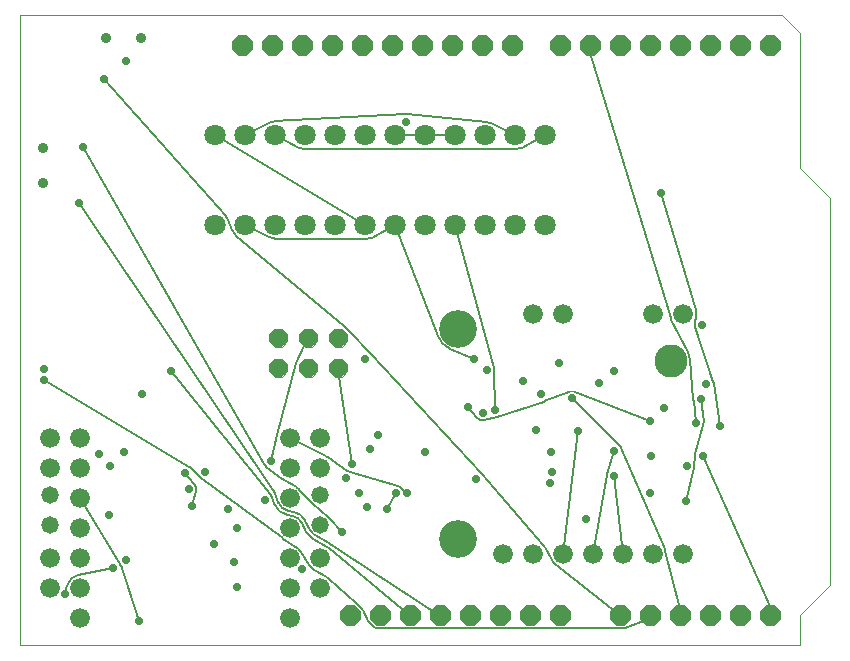
<source format=gbr>
%FSLAX44Y44*%
%OFA0.0000B0.0000*%
%SFA1B1*%
%MOMM*%
%ADD40C,0.0010X0.0000*%
%ADD41C,0.1524X0.0000*%
%ADD43C,0.0000X0.0000*%
%ADD56C,0.7000X0.0000*%
%ADD57C,0.9000X0.0000*%
%ADD58C,1.6764X0.0000*%
%ADD59C,3.2000X0.0000*%
%ADD60C,2.8000X0.0000*%
%ADD61C,1.3970X0.0000*%
%ADD62C,1.4732X0.0000*%
%ADD63C,1.8000X0.0000*%
%LNTOP-1418*%
%LPD*%
G36*
X525018Y511472D2*
X529928Y516382D1*
X536872Y516382D1*
X541782Y511472D1*
X541782Y504528D1*
X536872Y499618D1*
X529928Y499618D1*
X525018Y504528D1*
X525018Y511472D1*
G37*
%LNTOP-1419*%
%LPD*%
G36*
X499618Y28872D2*
X504528Y33782D1*
X511472Y33782D1*
X516382Y28872D1*
X516382Y21928D1*
X511472Y17018D1*
X504528Y17018D1*
X499618Y21928D1*
X499618Y28872D1*
G37*
%LNTOP-1420*%
%LPD*%
G36*
X550418Y511472D2*
X555328Y516382D1*
X562272Y516382D1*
X567182Y511472D1*
X567182Y504528D1*
X562272Y499618D1*
X555328Y499618D1*
X550418Y504528D1*
X550418Y511472D1*
G37*
%LNTOP-1421*%
%LPD*%
G36*
X575818Y511472D2*
X580728Y516382D1*
X587672Y516382D1*
X592582Y511472D1*
X592582Y504528D1*
X587672Y499618D1*
X580728Y499618D1*
X575818Y504528D1*
X575818Y511472D1*
G37*
%LNTOP-1422*%
%LPD*%
G36*
X601218Y511472D2*
X606128Y516382D1*
X613072Y516382D1*
X617982Y511472D1*
X617982Y504528D1*
X613072Y499618D1*
X606128Y499618D1*
X601218Y504528D1*
X601218Y511472D1*
G37*
%LNTOP-1423*%
%LPD*%
G36*
X626618Y511472D2*
X631528Y516382D1*
X638472Y516382D1*
X643382Y511472D1*
X643382Y504528D1*
X638472Y499618D1*
X631528Y499618D1*
X626618Y504528D1*
X626618Y511472D1*
G37*
%LNTOP-1424*%
%LPD*%
G36*
X499618Y511472D2*
X504528Y516382D1*
X511472Y516382D1*
X516382Y511472D1*
X516382Y504528D1*
X511472Y499618D1*
X504528Y499618D1*
X499618Y504528D1*
X499618Y511472D1*
G37*
%LNTOP-1425*%
%LPD*%
G36*
X474218Y511472D2*
X479128Y516382D1*
X486072Y516382D1*
X490982Y511472D1*
X490982Y504528D1*
X486072Y499618D1*
X479128Y499618D1*
X474218Y504528D1*
X474218Y511472D1*
G37*
%LNTOP-1426*%
%LPD*%
G36*
X448818Y511472D2*
X453728Y516382D1*
X460672Y516382D1*
X465582Y511472D1*
X465582Y504528D1*
X460672Y499618D1*
X453728Y499618D1*
X448818Y504528D1*
X448818Y511472D1*
G37*
%LNTOP-1427*%
%LPD*%
G36*
X408178Y511472D2*
X413088Y516382D1*
X420032Y516382D1*
X424942Y511472D1*
X424942Y504528D1*
X420032Y499618D1*
X413088Y499618D1*
X408178Y504528D1*
X408178Y511472D1*
G37*
%LNTOP-1428*%
%LPD*%
G36*
X382778Y511472D2*
X387688Y516382D1*
X394632Y516382D1*
X399542Y511472D1*
X399542Y504528D1*
X394632Y499618D1*
X387688Y499618D1*
X382778Y504528D1*
X382778Y511472D1*
G37*
%LNTOP-1429*%
%LPD*%
G36*
X357378Y511472D2*
X362288Y516382D1*
X369232Y516382D1*
X374142Y511472D1*
X374142Y504528D1*
X369232Y499618D1*
X362288Y499618D1*
X357378Y504528D1*
X357378Y511472D1*
G37*
%LNTOP-1430*%
%LPD*%
G36*
X331978Y511472D2*
X336888Y516382D1*
X343832Y516382D1*
X348742Y511472D1*
X348742Y504528D1*
X343832Y499618D1*
X336888Y499618D1*
X331978Y504528D1*
X331978Y511472D1*
G37*
%LNTOP-1431*%
%LPD*%
G36*
X306578Y511472D2*
X311488Y516382D1*
X318432Y516382D1*
X323342Y511472D1*
X323342Y504528D1*
X318432Y499618D1*
X311488Y499618D1*
X306578Y504528D1*
X306578Y511472D1*
G37*
%LNTOP-1432*%
%LPD*%
G36*
X281178Y511472D2*
X286088Y516382D1*
X293032Y516382D1*
X297942Y511472D1*
X297942Y504528D1*
X293032Y499618D1*
X286088Y499618D1*
X281178Y504528D1*
X281178Y511472D1*
G37*
%LNTOP-1433*%
%LPD*%
G36*
X255778Y511472D2*
X260688Y516382D1*
X267632Y516382D1*
X272542Y511472D1*
X272542Y504528D1*
X267632Y499618D1*
X260688Y499618D1*
X255778Y504528D1*
X255778Y511472D1*
G37*
%LNTOP-1434*%
%LPD*%
G36*
X230378Y511472D2*
X235288Y516382D1*
X242232Y516382D1*
X247142Y511472D1*
X247142Y504528D1*
X242232Y499618D1*
X235288Y499618D1*
X230378Y504528D1*
X230378Y511472D1*
G37*
%LNTOP-1435*%
%LPD*%
G36*
X525018Y28872D2*
X529928Y33782D1*
X536872Y33782D1*
X541782Y28872D1*
X541782Y21928D1*
X536872Y17018D1*
X529928Y17018D1*
X525018Y21928D1*
X525018Y28872D1*
G37*
%LNTOP-1436*%
%LPD*%
G36*
X550418Y28872D2*
X555328Y33782D1*
X562272Y33782D1*
X567182Y28872D1*
X567182Y21928D1*
X562272Y17018D1*
X555328Y17018D1*
X550418Y21928D1*
X550418Y28872D1*
G37*
%LNTOP-1437*%
%LPD*%
G36*
X575818Y28872D2*
X580728Y33782D1*
X587672Y33782D1*
X592582Y28872D1*
X592582Y21928D1*
X587672Y17018D1*
X580728Y17018D1*
X575818Y21928D1*
X575818Y28872D1*
G37*
%LNTOP-1438*%
%LPD*%
G36*
X601218Y28872D2*
X606128Y33782D1*
X613072Y33782D1*
X617982Y28872D1*
X617982Y21928D1*
X613072Y17018D1*
X606128Y17018D1*
X601218Y21928D1*
X601218Y28872D1*
G37*
%LNTOP-1439*%
%LPD*%
G36*
X626618Y28872D2*
X631528Y33782D1*
X638472Y33782D1*
X643382Y28872D1*
X643382Y21928D1*
X638472Y17018D1*
X631528Y17018D1*
X626618Y21928D1*
X626618Y28872D1*
G37*
%LNTOP-1440*%
%LPD*%
G36*
X448818Y28872D2*
X453728Y33782D1*
X460672Y33782D1*
X465582Y28872D1*
X465582Y21928D1*
X460672Y17018D1*
X453728Y17018D1*
X448818Y21928D1*
X448818Y28872D1*
G37*
%LNTOP-1441*%
%LPD*%
G36*
X423418Y28872D2*
X428328Y33782D1*
X435272Y33782D1*
X440182Y28872D1*
X440182Y21928D1*
X435272Y17018D1*
X428328Y17018D1*
X423418Y21928D1*
X423418Y28872D1*
G37*
%LNTOP-1442*%
%LPD*%
G36*
X398018Y28872D2*
X402928Y33782D1*
X409872Y33782D1*
X414782Y28872D1*
X414782Y21928D1*
X409872Y17018D1*
X402928Y17018D1*
X398018Y21928D1*
X398018Y28872D1*
G37*
%LNTOP-1443*%
%LPD*%
G36*
X372618Y28872D2*
X377528Y33782D1*
X384472Y33782D1*
X389382Y28872D1*
X389382Y21928D1*
X384472Y17018D1*
X377528Y17018D1*
X372618Y21928D1*
X372618Y28872D1*
G37*
%LNTOP-1444*%
%LPD*%
G36*
X347218Y28872D2*
X352128Y33782D1*
X359072Y33782D1*
X363982Y28872D1*
X363982Y21928D1*
X359072Y17018D1*
X352128Y17018D1*
X347218Y21928D1*
X347218Y28872D1*
G37*
%LNTOP-1445*%
%LPD*%
G36*
X321818Y28872D2*
X326728Y33782D1*
X333672Y33782D1*
X338582Y28872D1*
X338582Y21928D1*
X333672Y17018D1*
X326728Y17018D1*
X321818Y21928D1*
X321818Y28872D1*
G37*
%LNTOP-1446*%
%LPD*%
G36*
X204978Y511472D2*
X209888Y516382D1*
X216832Y516382D1*
X221742Y511472D1*
X221742Y504528D1*
X216832Y499618D1*
X209888Y499618D1*
X204978Y504528D1*
X204978Y511472D1*
G37*
%LNTOP-1447*%
%LPD*%
G36*
X179578Y511472D2*
X184488Y516382D1*
X191432Y516382D1*
X196342Y511472D1*
X196342Y504528D1*
X191432Y499618D1*
X184488Y499618D1*
X179578Y504528D1*
X179578Y511472D1*
G37*
%LNTOP-1448*%
%LPD*%
G36*
X296418Y28872D2*
X301328Y33782D1*
X308272Y33782D1*
X313182Y28872D1*
X313182Y21928D1*
X308272Y17018D1*
X301328Y17018D1*
X296418Y21928D1*
X296418Y28872D1*
G37*
%LNTOP-1449*%
%LPD*%
G36*
X271018Y28872D2*
X275928Y33782D1*
X282872Y33782D1*
X287782Y28872D1*
X287782Y21928D1*
X282872Y17018D1*
X275928Y17018D1*
X271018Y21928D1*
X271018Y28872D1*
G37*
%LNTOP-1450*%
%LPD*%
G36*
X210900Y238073D2*
X215317Y242490D1*
X221563Y242490D1*
X225980Y238073D1*
X225980Y231827D1*
X221563Y227410D1*
X215317Y227410D1*
X210900Y231827D1*
X210900Y238073D1*
G37*
%LNTOP-1451*%
%LPD*%
G36*
X210900Y263473D2*
X215317Y267890D1*
X221563Y267890D1*
X225980Y263473D1*
X225980Y257227D1*
X221563Y252810D1*
X215317Y252810D1*
X210900Y257227D1*
X210900Y263473D1*
G37*
%LNTOP-1452*%
%LPD*%
G36*
X236300Y238073D2*
X240717Y242490D1*
X246963Y242490D1*
X251380Y238073D1*
X251380Y231827D1*
X246963Y227410D1*
X240717Y227410D1*
X236300Y231827D1*
X236300Y238073D1*
G37*
%LNTOP-1453*%
%LPD*%
G36*
X236300Y263473D2*
X240717Y267890D1*
X246963Y267890D1*
X251380Y263473D1*
X251380Y257227D1*
X246963Y252810D1*
X240717Y252810D1*
X236300Y257227D1*
X236300Y263473D1*
G37*
%LNTOP-1454*%
%LPD*%
G36*
X261700Y238073D2*
X266117Y242490D1*
X272363Y242490D1*
X276780Y238073D1*
X276780Y231827D1*
X272363Y227410D1*
X266117Y227410D1*
X261700Y231827D1*
X261700Y238073D1*
G37*
%LNTOP-1455*%
%LPD*%
G36*
X261700Y263473D2*
X266117Y267890D1*
X272363Y267890D1*
X276780Y263473D1*
X276780Y257227D1*
X272363Y252810D1*
X266117Y252810D1*
X261700Y257227D1*
X261700Y263473D1*
G37*
%LNTOP-1*%
%LPD*%
G54D10*
G54D40*
X645160Y533400D2*
X0Y533400D1*
X660400Y518160D2*
X645160Y533400D1*
X660400Y403860D2*
X660400Y518160D1*
X685800Y378460D2*
X660400Y403860D1*
X685800Y50800D2*
X685800Y378460D1*
X660400Y25400D2*
X685800Y50800D1*
X660400Y0D2*
X660400Y25400D1*
X0Y0D2*
X660400Y0D1*
X0Y533400D2*
X0Y0D1*
G54D41*
X502149Y30325D2*
X508000Y25400D1*
X501610Y30864D2*
X502149Y30325D1*
X501592Y30882D2*
X501610Y30864D1*
G75*
G01X501592Y30882D2*
G03X501342Y31099I-1974J-2010D1*
G74*
X452884Y68615D2*
X501342Y31099D1*
G75*
G01X449865Y72189D2*
G03X452884Y68615I9875J5281D1*
G74*
X444215Y82751D2*
X449865Y72189D1*
G75*
G01X444215Y82751D2*
G03X442813Y84793I-9875J-5281D1*
G74*
X390825Y144938D2*
X442813Y84793D1*
G75*
G01X390825Y144938D2*
G03X390677Y145103I-4779J-4131D1*
G74*
X296762Y246338D2*
X390677Y145103D1*
X296733Y246370D2*
X296762Y246338D1*
X278832Y265403D2*
X296733Y246370D1*
X278772Y265465D2*
X278832Y265403D1*
X274355Y269882D2*
X278772Y265465D1*
G75*
G01X274355Y269882D2*
G03X274173Y270049I-1992J-1992D1*
G74*
X182909Y346544D2*
X274173Y270049D1*
G75*
G01X179505Y351271D2*
G03X182909Y346544I10995J4329D1*
G74*
X176095Y359929D2*
X179505Y351271D1*
G75*
G01X176095Y359929D2*
G03X173916Y363469I-10995J-4329D1*
G74*
X70729Y479076D2*
X173916Y363469D1*
X570567Y150288D2*
X563695Y121916D1*
G75*
G01X570567Y150288D2*
G03X570727Y151297I-6139J1487D1*
G74*
X571467Y161045D2*
X570727Y151297D1*
G75*
G01X571672Y162230D2*
G03X571467Y161045I6094J-1663D1*
G74*
X578329Y186631D2*
X571672Y162230D1*
G75*
G01X578329Y186631D2*
G03X578510Y189023I-6094J1663D1*
G74*
X576286Y208151D2*
X578510Y189023D1*
X310556Y114993D2*
X318198Y128664D1*
X527549Y20475D2*
X533400Y25400D1*
X527010Y19936D2*
X527549Y20475D1*
X526992Y19918D2*
X527010Y19936D1*
G75*
G01X525978Y19280D2*
G03X526992Y19918I-960J2648D1*
G74*
X512432Y14370D2*
X525978Y19280D1*
G75*
G01X511472Y14201D2*
G03X512432Y14370I0J2817D1*
G74*
X326728Y14201D2*
X511472Y14201D1*
X326670Y14202D2*
X326728Y14201D1*
X301281Y14727D2*
X326670Y14202D1*
G75*
G01X299708Y15398D2*
G03X301281Y14727I1620J1620D1*
G74*
X294798Y20308D2*
X299708Y15398D1*
G75*
G01X294373Y20896D2*
G03X294798Y20308I2045J1032D1*
G74*
X289827Y29904D2*
X294373Y20896D1*
G75*
G01X289827Y29904D2*
G03X289402Y30492I-2045J-1032D1*
G74*
X284492Y35402D2*
X289402Y30492D1*
G75*
G01X284492Y35402D2*
G03X284395Y35493I-1620J-1620D1*
G74*
X261096Y56232D2*
X284395Y35493D1*
G75*
G01X261096Y56232D2*
G03X259426Y57451I-7096J-7972D1*
G74*
X248306Y64017D2*
X259426Y57451D1*
G75*
G01X244282Y68094D2*
G03X248306Y64017I9718J5566D1*
G74*
X244283Y68094D2*
X244282Y68094D1*
X244240Y68166D2*
X244283Y68094D1*
X237790Y79088D2*
X244240Y68166D1*
G75*
G01X237790Y79088D2*
G03X234385Y82630I-9190J-5428D1*
G74*
X222815Y90090D2*
X234385Y82630D1*
G75*
G01X222258Y90475D2*
G03X222815Y90090I6342J8585D1*
G74*
X152982Y141652D2*
X222258Y90475D1*
G75*
G01X152279Y142255D2*
G03X152982Y141652I4456J4478D1*
G74*
X144325Y150171D2*
X152279Y142255D1*
G75*
G01X144325Y150171D2*
G03X143111Y151114I-4456J-4478D1*
G74*
X20005Y224742D2*
X143111Y151114D1*
X324349Y30325D2*
X330200Y25400D1*
X323810Y30864D2*
X324349Y30325D1*
X323792Y30882D2*
X323810Y30864D1*
G75*
G01X323792Y30882D2*
G03X323605Y31050I-1974J-2010D1*
G74*
X261102Y82319D2*
X323605Y31050D1*
G75*
G01X261102Y82319D2*
G03X259431Y83454I-7102J-8659D1*
G74*
X247581Y90024D2*
X259431Y83454D1*
G75*
G01X242126Y95753D2*
G03X247581Y90024I11874J5847D1*
G74*
X238175Y103775D2*
X242126Y95753D1*
G75*
G01X238175Y103775D2*
G03X230654Y109533I-9575J-4715D1*
G74*
X225857Y110475D2*
X230654Y109533D1*
G75*
G01X215233Y119517D2*
G03X225857Y110475I13367J4943D1*
G74*
X213080Y125339D2*
X215233Y119517D1*
G75*
G01X213080Y125339D2*
G03X212074Y127111I-5925J-2191D1*
G74*
X127569Y232014D2*
X212074Y127111D1*
X269577Y226996D2*
X280558Y153060D1*
G75*
G01X269546Y227410D2*
G03X269577Y226996I2817J0D1*
G74*
X269546Y228172D2*
X269546Y227410D1*
X269240Y234950D2*
X269546Y228172D1*
X348296Y28872D2*
X355600Y25400D1*
X347757Y29411D2*
X348296Y28872D1*
X262148Y85989D2*
X347757Y29411D1*
G75*
G01X262148Y85989D2*
G03X261166Y86584I-8148J-12329D1*
G74*
X249317Y93154D2*
X261166Y86584D1*
G75*
G01X245337Y97334D2*
G03X249317Y93154I8663J4266D1*
G74*
X241386Y105356D2*
X245337Y97334D1*
G75*
G01X241386Y105356D2*
G03X231343Y113045I-12786J-6296D1*
G74*
X226546Y113987D2*
X231343Y113045D1*
G75*
G01X218589Y120758D2*
G03X226546Y113987I10011J3702D1*
G74*
X216437Y126580D2*
X218589Y120758D1*
G75*
G01X216437Y126580D2*
G03X215369Y128667I-9282J-3432D1*
G74*
X50021Y374770D2*
X215369Y128667D1*
X483255Y500380D2*
X482600Y508000D1*
X483255Y499618D2*
X483255Y500380D1*
G75*
G01X483255Y499618D2*
G03X483377Y498799I2817J0D1*
G74*
X550624Y277415D2*
X483377Y498799D1*
G75*
G01X550624Y277415D2*
G03X551361Y275587I10716J3255D1*
G74*
X565188Y248440D2*
X551361Y275587D1*
G75*
G01X566899Y242485D2*
G03X565188Y248440I-16227J-1439D1*
G74*
X569994Y207593D2*
X566899Y242485D1*
G75*
G01X569994Y207593D2*
G03X570011Y207422I6292J558D1*
G74*
X572235Y188294D2*
X570011Y207422D1*
X217752Y178043D2*
X212176Y156305D1*
X217763Y178083D2*
X217752Y178043D1*
X233574Y238783D2*
X217763Y178083D1*
G75*
G01X233737Y239243D2*
G03X233574Y238783I2563J-1170D1*
G74*
X240177Y253349D2*
X233737Y239243D1*
X240716Y253888D2*
X240177Y253349D1*
X243840Y260350D2*
X240716Y253888D1*
X84327Y68852D2*
X50800Y124460D1*
G75*
G01X84894Y67635D2*
G03X84327Y68852I-5977J-2045D1*
G74*
X100926Y20771D2*
X84894Y67635D1*
X210881Y345486D2*
X190500Y355600D1*
G75*
G01X210881Y345486D2*
G03X215666Y344311I5019J10114D1*
G74*
X241055Y343786D2*
X215666Y344311D1*
G75*
G01X241055Y343786D2*
G03X241300Y343783I245J11814D1*
G74*
X292100Y343783D2*
X241300Y343783D1*
G75*
G01X292100Y343783D2*
G03X297598Y345140I0J11817D1*
G74*
X317500Y355600D2*
X297598Y345140D1*
X353771Y261398D2*
X317500Y355600D1*
G75*
G01X353771Y261398D2*
G03X363920Y251039I17069J6572D1*
G74*
X384311Y242704D2*
X363920Y251039D1*
X510540Y77470D2*
X502955Y142866D1*
X261244Y107986D2*
X272050Y95727D1*
G75*
G01X261244Y107986D2*
G03X260272Y108943I-7244J-6386D1*
G74*
X247728Y119657D2*
X260272Y108943D1*
G75*
G01X246928Y120424D2*
G03X247728Y119657I7072J6576D1*
G74*
X236416Y131728D2*
X246928Y120424D1*
G75*
G01X236416Y131728D2*
G03X234026Y133651I-7816J-7268D1*
G74*
X222906Y140217D2*
X234026Y133651D1*
G75*
G01X221784Y140974D2*
G03X222906Y140217I6816J8886D1*
G74*
X208331Y151293D2*
X221784Y140974D1*
G75*
G01X206693Y153168D2*
G03X208331Y151293I5483J3137D1*
G74*
X53089Y421593D2*
X206693Y153168D1*
X572064Y283896D2*
X542408Y382489D1*
G75*
G01X572295Y278344D2*
G03X572064Y283896I-10955J2326D1*
G74*
X571077Y272607D2*
X572295Y278344D1*
G75*
G01X571077Y272607D2*
G03X571268Y269282I6179J-1312D1*
G74*
X586729Y223288D2*
X571268Y269282D1*
G75*
G01X586988Y222212D2*
G03X586729Y223288I-6247J-937D1*
G74*
X592495Y185479D2*
X586988Y222212D1*
X507561Y169000D2*
X467229Y208945D1*
G75*
G01X508916Y167015D2*
G03X507561Y169000I-5800J-2503D1*
G74*
X545739Y81699D2*
X508916Y167015D1*
G75*
G01X546274Y80137D2*
G03X545739Y81699I-10334J-2667D1*
G74*
X558056Y34486D2*
X546274Y80137D1*
G75*
G01X558145Y33782D2*
G03X558056Y34486I-2817J0D1*
G74*
X558145Y33020D2*
X558145Y33782D1*
X558800Y25400D2*
X558145Y33020D1*
X210402Y442260D2*
X190500Y431800D1*
G75*
G01X215252Y443599D2*
G03X210402Y442260I648J-11799D1*
G74*
X326120Y449690D2*
X215252Y443599D1*
G75*
G01X327083Y449670D2*
G03X326120Y449690I-616J-6287D1*
G74*
X394801Y443037D2*
X327083Y449670D1*
G75*
G01X398719Y441914D2*
G03X394801Y443037I-5019J-10114D1*
G74*
X419100Y431800D2*
X398719Y441914D1*
X496927Y144754D2*
X503116Y164512D1*
G75*
G01X496927Y144754D2*
G03X496732Y143951I6028J-1888D1*
G74*
X485140Y77470D2*
X496732Y143951D1*
X424598Y421340D2*
X444500Y431800D1*
G75*
G01X419100Y419983D2*
G03X424598Y421340I0J11817D1*
G74*
X241300Y419983D2*
X419100Y419983D1*
G75*
G01X235802Y421340D2*
G03X241300Y419983I5498J10460D1*
G74*
X215900Y431800D2*
X235802Y421340D1*
X471892Y180967D2*
X459740Y77470D1*
X322349Y133426D2*
X327772Y128699D1*
G75*
G01X322349Y133426D2*
G03X320002Y134718I-4151J-4762D1*
G74*
X278754Y147006D2*
X320002Y134718D1*
G75*
G01X277022Y147825D2*
G03X278754Y147006I3536J5235D1*
G74*
X260268Y159141D2*
X277022Y147825D1*
G75*
G01X260268Y159141D2*
G03X259055Y159853I-6268J-9281D1*
G74*
X228600Y175260D2*
X259055Y159853D1*
X401120Y233471D2*
X401941Y199457D1*
G75*
G01X401120Y233471D2*
G03X400903Y234967I-6315J-152D1*
G74*
X368300Y355600D2*
X400903Y234967D1*
X634345Y33020D2*
X635000Y25400D1*
X634345Y33782D2*
X634345Y33020D1*
G75*
G01X634345Y33782D2*
G03X634098Y34935I-2817J0D1*
G74*
X577766Y160567D2*
X634098Y34935D1*
X469529Y214828D2*
X533365Y189874D1*
G75*
G01X469529Y214828D2*
G03X464921Y214825I-2300J-5883D1*
G74*
X443502Y206419D2*
X464921Y214825D1*
G75*
G01X443158Y206295D2*
G03X443502Y206419I-1964J6004D1*
G74*
X403905Y193453D2*
X443158Y206295D1*
G75*
G01X403486Y193332D2*
G03X403905Y193453I-1545J6125D1*
G74*
X392958Y190676D2*
X403486Y193332D1*
G75*
G01X386527Y192797D2*
G03X392958Y190676I4886J4004D1*
G74*
X379281Y201640D2*
X386527Y192797D1*
X148691Y130819D2*
X145265Y117543D1*
G75*
G01X148691Y130819D2*
G03X147466Y136394I-6117J1578D1*
G74*
X139869Y145693D2*
X147466Y136394D1*
X48505Y59221D2*
X78917Y65590D1*
G75*
G01X48505Y59221D2*
G03X39993Y51198I2295J-10961D1*
G74*
X37817Y43193D2*
X39993Y51198D1*
X165100Y431800D2*
X292100Y355600D1*
X342900Y431800D2*
X317500Y431800D1*
X368300Y431800D2*
X342900Y431800D1*
G54D43*
X261700Y263473D2*
X266117Y267890D1*
X272363Y267890*
X276780Y263473*
X276780Y257227*
X272363Y252810*
X266117Y252810*
X261700Y257227*
X261700Y263473*
X261700Y238073D2*
X266117Y242490D1*
X272363Y242490*
X276780Y238073*
X276780Y231827*
X272363Y227410*
X266117Y227410*
X261700Y231827*
X261700Y238073*
X236300Y263473D2*
X240717Y267890D1*
X246963Y267890*
X251380Y263473*
X251380Y257227*
X246963Y252810*
X240717Y252810*
X236300Y257227*
X236300Y263473*
X236300Y238073D2*
X240717Y242490D1*
X246963Y242490*
X251380Y238073*
X251380Y231827*
X246963Y227410*
X240717Y227410*
X236300Y231827*
X236300Y238073*
X210900Y263473D2*
X215317Y267890D1*
X221563Y267890*
X225980Y263473*
X225980Y257227*
X221563Y252810*
X215317Y252810*
X210900Y257227*
X210900Y263473*
X210900Y238073D2*
X215317Y242490D1*
X221563Y242490*
X225980Y238073*
X225980Y231827*
X221563Y227410*
X215317Y227410*
X210900Y231827*
X210900Y238073*
X271018Y28872D2*
X275928Y33782D1*
X282872Y33782*
X287782Y28872*
X287782Y21928*
X282872Y17018*
X275928Y17018*
X271018Y21928*
X271018Y28872*
X296418Y28872D2*
X301328Y33782D1*
X308272Y33782*
X313182Y28872*
X313182Y21928*
X308272Y17018*
X301328Y17018*
X296418Y21928*
X296418Y28872*
X179578Y511472D2*
X184488Y516382D1*
X191432Y516382*
X196342Y511472*
X196342Y504528*
X191432Y499618*
X184488Y499618*
X179578Y504528*
X179578Y511472*
X204978Y511472D2*
X209888Y516382D1*
X216832Y516382*
X221742Y511472*
X221742Y504528*
X216832Y499618*
X209888Y499618*
X204978Y504528*
X204978Y511472*
X321818Y28872D2*
X326728Y33782D1*
X333672Y33782*
X338582Y28872*
X338582Y21928*
X333672Y17018*
X326728Y17018*
X321818Y21928*
X321818Y28872*
X347218Y28872D2*
X352128Y33782D1*
X359072Y33782*
X363982Y28872*
X363982Y21928*
X359072Y17018*
X352128Y17018*
X347218Y21928*
X347218Y28872*
X372618Y28872D2*
X377528Y33782D1*
X384472Y33782*
X389382Y28872*
X389382Y21928*
X384472Y17018*
X377528Y17018*
X372618Y21928*
X372618Y28872*
X398018Y28872D2*
X402928Y33782D1*
X409872Y33782*
X414782Y28872*
X414782Y21928*
X409872Y17018*
X402928Y17018*
X398018Y21928*
X398018Y28872*
X423418Y28872D2*
X428328Y33782D1*
X435272Y33782*
X440182Y28872*
X440182Y21928*
X435272Y17018*
X428328Y17018*
X423418Y21928*
X423418Y28872*
X448818Y28872D2*
X453728Y33782D1*
X460672Y33782*
X465582Y28872*
X465582Y21928*
X460672Y17018*
X453728Y17018*
X448818Y21928*
X448818Y28872*
X626618Y28872D2*
X631528Y33782D1*
X638472Y33782*
X643382Y28872*
X643382Y21928*
X638472Y17018*
X631528Y17018*
X626618Y21928*
X626618Y28872*
X601218Y28872D2*
X606128Y33782D1*
X613072Y33782*
X617982Y28872*
X617982Y21928*
X613072Y17018*
X606128Y17018*
X601218Y21928*
X601218Y28872*
X575818Y28872D2*
X580728Y33782D1*
X587672Y33782*
X592582Y28872*
X592582Y21928*
X587672Y17018*
X580728Y17018*
X575818Y21928*
X575818Y28872*
X550418Y28872D2*
X555328Y33782D1*
X562272Y33782*
X567182Y28872*
X567182Y21928*
X562272Y17018*
X555328Y17018*
X550418Y21928*
X550418Y28872*
X525018Y28872D2*
X529928Y33782D1*
X536872Y33782*
X541782Y28872*
X541782Y21928*
X536872Y17018*
X529928Y17018*
X525018Y21928*
X525018Y28872*
X230378Y511472D2*
X235288Y516382D1*
X242232Y516382*
X247142Y511472*
X247142Y504528*
X242232Y499618*
X235288Y499618*
X230378Y504528*
X230378Y511472*
X255778Y511472D2*
X260688Y516382D1*
X267632Y516382*
X272542Y511472*
X272542Y504528*
X267632Y499618*
X260688Y499618*
X255778Y504528*
X255778Y511472*
X281178Y511472D2*
X286088Y516382D1*
X293032Y516382*
X297942Y511472*
X297942Y504528*
X293032Y499618*
X286088Y499618*
X281178Y504528*
X281178Y511472*
X306578Y511472D2*
X311488Y516382D1*
X318432Y516382*
X323342Y511472*
X323342Y504528*
X318432Y499618*
X311488Y499618*
X306578Y504528*
X306578Y511472*
X331978Y511472D2*
X336888Y516382D1*
X343832Y516382*
X348742Y511472*
X348742Y504528*
X343832Y499618*
X336888Y499618*
X331978Y504528*
X331978Y511472*
X357378Y511472D2*
X362288Y516382D1*
X369232Y516382*
X374142Y511472*
X374142Y504528*
X369232Y499618*
X362288Y499618*
X357378Y504528*
X357378Y511472*
X382778Y511472D2*
X387688Y516382D1*
X394632Y516382*
X399542Y511472*
X399542Y504528*
X394632Y499618*
X387688Y499618*
X382778Y504528*
X382778Y511472*
X408178Y511472D2*
X413088Y516382D1*
X420032Y516382*
X424942Y511472*
X424942Y504528*
X420032Y499618*
X413088Y499618*
X408178Y504528*
X408178Y511472*
X448818Y511472D2*
X453728Y516382D1*
X460672Y516382*
X465582Y511472*
X465582Y504528*
X460672Y499618*
X453728Y499618*
X448818Y504528*
X448818Y511472*
X474218Y511472D2*
X479128Y516382D1*
X486072Y516382*
X490982Y511472*
X490982Y504528*
X486072Y499618*
X479128Y499618*
X474218Y504528*
X474218Y511472*
X499618Y511472D2*
X504528Y516382D1*
X511472Y516382*
X516382Y511472*
X516382Y504528*
X511472Y499618*
X504528Y499618*
X499618Y504528*
X499618Y511472*
X626618Y511472D2*
X631528Y516382D1*
X638472Y516382*
X643382Y511472*
X643382Y504528*
X638472Y499618*
X631528Y499618*
X626618Y504528*
X626618Y511472*
X601218Y511472D2*
X606128Y516382D1*
X613072Y516382*
X617982Y511472*
X617982Y504528*
X613072Y499618*
X606128Y499618*
X601218Y504528*
X601218Y511472*
X575818Y511472D2*
X580728Y516382D1*
X587672Y516382*
X592582Y511472*
X592582Y504528*
X587672Y499618*
X580728Y499618*
X575818Y504528*
X575818Y511472*
X550418Y511472D2*
X555328Y516382D1*
X562272Y516382*
X567182Y511472*
X567182Y504528*
X562272Y499618*
X555328Y499618*
X550418Y504528*
X550418Y511472*
X499618Y28872D2*
X504528Y33782D1*
X511472Y33782*
X516382Y28872*
X516382Y21928*
X511472Y17018*
X504528Y17018*
X499618Y21928*
X499618Y28872*
X525018Y511472D2*
X529928Y516382D1*
X536872Y516382*
X541782Y511472*
X541782Y504528*
X536872Y499618*
X529928Y499618*
X525018Y504528*
X525018Y511472*
G54D56*
X70729Y479076D3*
X142574Y132397D3*
X391413Y196801D3*
X580741Y221275D3*
X533186Y128900D3*
X563695Y121916D3*
X576286Y208151D3*
X326467Y443383D3*
X286939Y128736D3*
X318198Y128664D3*
X310556Y114993D3*
X394805Y233319D3*
X293348Y116644D3*
X238801Y64954D3*
X296396Y165932D3*
X275568Y141442D3*
X20005Y224742D3*
X127569Y232014D3*
X280558Y153060D3*
X156735Y146733D3*
X88253Y163485D3*
X302934Y178170D3*
X577256Y271295D3*
X564428Y151775D3*
X50021Y374770D3*
X292131Y242042D3*
X572235Y188294D3*
X534273Y160274D3*
X183334Y49640D3*
X212176Y156305D3*
X502955Y142866D3*
X384311Y242704D3*
X100926Y20771D3*
X342897Y163998D3*
X437048Y182421D3*
X456321Y238803D3*
X272050Y95727D3*
X53089Y421593D3*
X542408Y382489D3*
X592495Y185479D3*
X467229Y208945D3*
X503116Y164512D3*
X89851Y71919D3*
X471892Y180967D3*
X181088Y70370D3*
X401941Y199457D3*
X448854Y137330D3*
X327772Y128699D3*
X78917Y65590D3*
X37817Y43193D3*
X183344Y98841D3*
X164219Y85552D3*
X145265Y117543D3*
X139869Y145693D3*
X207155Y123148D3*
X533365Y189874D3*
X379281Y201640D3*
X544800Y200622D3*
X577766Y160567D3*
X89180Y494745D3*
X20010Y233797D3*
X103420Y212695D3*
X66917Y161544D3*
X74769Y110177D3*
X76017Y151939D3*
X176052Y115141D3*
X478665Y106794D3*
X502859Y232354D3*
X425230Y223658D3*
X489797Y221913D3*
X449926Y146321D3*
X441194Y212299D3*
X449226Y163767D3*
X386046Y140807D3*
G54D57*
X72630Y514350D3*
X102630Y514350D3*
X19050Y391400D3*
X19050Y421400D3*
G54D58*
X561340Y280670D3*
X535940Y280670D3*
X459740Y280670D3*
X434340Y280670D3*
X408940Y77470D3*
X434340Y77470D3*
X459740Y77470D3*
X485140Y77470D3*
X510540Y77470D3*
X535940Y77470D3*
X561340Y77470D3*
X254000Y175260D3*
X254000Y149860D3*
X254000Y73660D3*
X254000Y48260D3*
X50800Y22860D3*
X50800Y48260D3*
X50800Y73660D3*
X50800Y99060D3*
X50800Y124460D3*
X50800Y149860D3*
X50800Y175260D3*
X25400Y175260D3*
X25400Y149860D3*
X25400Y73660D3*
X25400Y48260D3*
X228600Y22860D3*
X228600Y48260D3*
X228600Y73660D3*
X228600Y99060D3*
X228600Y124460D3*
X228600Y149860D3*
X228600Y175260D3*
G54D59*
X370840Y267970D3*
X370840Y90170D3*
G54D60*
X550672Y241046D3*
G54D61*
X25400Y127000D3*
X25400Y101600D3*
X254000Y127000D3*
X254000Y101600D3*
G54D62*
X25400Y127000D3*
X25400Y101600D3*
X254000Y127000D3*
X254000Y101600D3*
G54D63*
X165100Y431800D3*
X190500Y431800D3*
X215900Y431800D3*
X241300Y431800D3*
X266700Y431800D3*
X292100Y431800D3*
X317500Y431800D3*
X342900Y431800D3*
X368300Y431800D3*
X393700Y431800D3*
X419100Y431800D3*
X444500Y431800D3*
X444500Y355600D3*
X419100Y355600D3*
X393700Y355600D3*
X368300Y355600D3*
X342900Y355600D3*
X317500Y355600D3*
X292100Y355600D3*
X266700Y355600D3*
X241300Y355600D3*
X215900Y355600D3*
X190500Y355600D3*
X165100Y355600D3*
M02*

</source>
